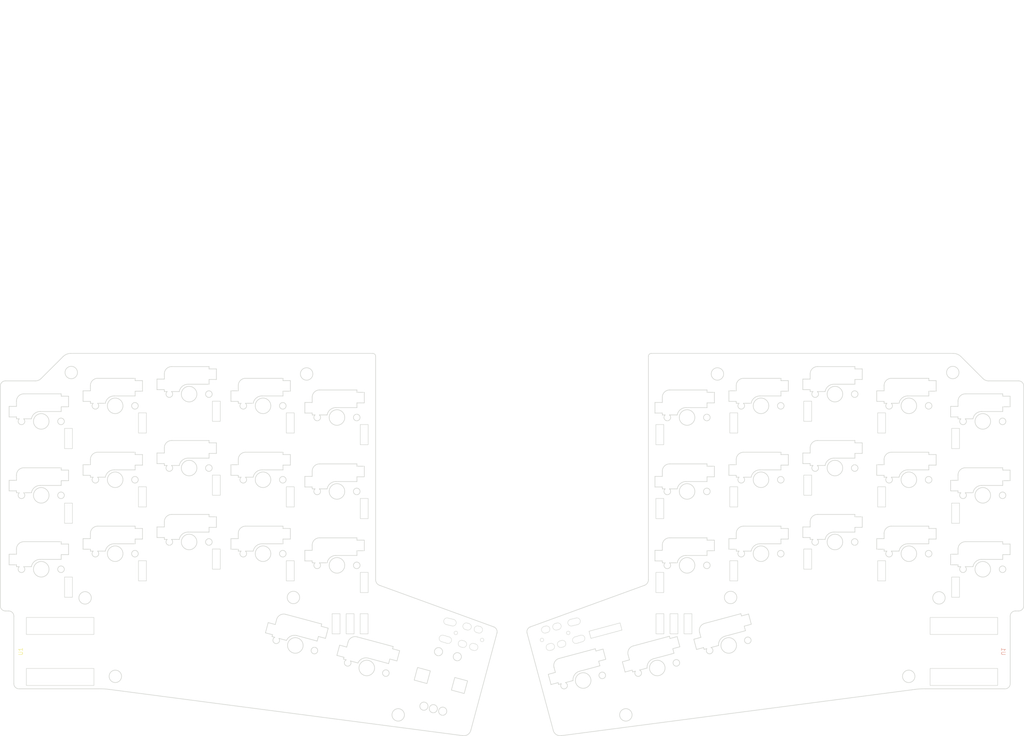
<source format=kicad_pcb>
(kicad_pcb (version 20221018) (generator pcbnew)
  (layers (0 "F.Cu" signal) (31 "B.Cu" signal) (34 "B.Paste" user) (35 "F.Paste" user) (36 "B.SilkS" user "B.Silkscreen") (37 "F.SilkS" user "F.Silkscreen") (38 "B.Mask" user) (39 "F.Mask" user) (44 "Edge.Cuts" user))
  (net 0 "")
  (net 1 "col2")
  (footprint "jw_custom_footprint:CherryMX_Hotswap_cutout_bottom" (layer "F.Cu") (at 47.316834 102.196322))
  (footprint "jw_custom_footprint:CherryMX_Hotswap_cutout_bottom" (layer "F.Cu") (at 47.316834 83.196722))
  (footprint "jw_custom_footprint:RotaryEncoder_Alps_EC11E-Switch_Vertical_H20mm_cutout_bottom" (layer "F.Cu") (at 131.01772 134.787834 165))
  (footprint "jw_custom_footprint:CherryMX_Hotswap_cutout_bottom" (layer "F.Cu") (at 232.2952 61.186362))
  (footprint "jw_custom_footprint:MountingHole_3.2mm_M3_cutout" (layer "F.Cu") (at 96.517661 56.008478))
  (footprint "jw_custom_footprint:Diode_SOD123_THT_2_cutout_small" (layer "F.Cu") (at 92.316434 87.596522 -90))
  (footprint "jw_custom_footprint:Diode_SOD123_THT_2_cutout_small" (layer "F.Cu") (at 111.316132 109.596922 90))
  (footprint "jw_custom_footprint:Diode_SOD123_THT_2_cutout_small" (layer "F.Cu") (at 73.316234 65.586362 90))
  (footprint "jw_custom_footprint:Diode_SOD123_THT_2_cutout_small" (layer "F.Cu") (at 111.316132 90.596922 90))
  (footprint "jw_custom_footprint:CherryMX_Hotswap_cutout_bottom" (layer "F.Cu") (at 167.593714 134.787834 15))
  (footprint "jw_custom_footprint:CherryMX_Hotswap_cutout_bottom" (layer "F.Cu") (at 93.614869 125.777067 -15))
  (footprint "jw_custom_footprint:CherryMX_Hotswap_cutout_bottom" (layer "F.Cu") (at 186.63459 131.572001 15))
  (footprint "jw_custom_footprint:CherryMX_Hotswap_cutout_bottom" (layer "F.Cu") (at 28.316634 68.195722))
  (footprint "jw_custom_footprint:CherryMX_Hotswap_cutout_bottom" (layer "F.Cu") (at 28.316634 87.196122))
  (footprint "jw_custom_footprint:CherryMX_Hotswap_cutout_bottom" (layer "F.Cu") (at 194.295302 105.196922))
  (footprint "jw_custom_footprint:MountingHole_3.2mm_M3_cutout" (layer "F.Cu") (at 93.126706 113.446928))
  (footprint "jw_custom_footprint:Diode_SOD123_THT_2_cutout_small" (layer "F.Cu") (at 111.287706 120.207928 90))
  (footprint "jw_custom_footprint:MountingHole_3.2mm_M3_cutout" (layer "F.Cu") (at 39.583506 113.551328))
  (footprint "jw_custom_footprint:CherryMX_Hotswap_cutout_bottom" (layer "F.Cu") (at 111.976844 131.572001 -15))
  (footprint "jw_custom_footprint:CherryMX_Hotswap_cutout_bottom" (layer "F.Cu") (at 66.316234 99.186522))
  (footprint "jw_custom_footprint:Xiao THT jumper pad_cutout" (layer "F.Cu") (at 265.585928 127.327528 -90))
  (footprint "jw_custom_footprint:MountingHole_3.2mm_M3_cutout" (layer "F.Cu") (at 120.050706 143.624928))
  (footprint "jw_custom_footprint:Diode_SOD123_THT_2_cutout_small" (layer "F.Cu") (at 54.316834 87.596722 -90))
  (footprint "jw_custom_footprint:CherryMX_Hotswap_cutout_bottom" (layer "F.Cu") (at 85.316434 64.196562))
  (footprint "jw_custom_footprint:CherryMX_Hotswap_cutout_bottom" (layer "F.Cu") (at 47.316834 64.197122))
  (footprint "jw_custom_footprint:Diode_SOD123_THT_2_cutout_small" (layer "F.Cu") (at 104.087706 120.207928 90))
  (footprint "jw_custom_footprint:Diode_SOD123_THT_2_cutout_small" (layer "F.Cu") (at 92.316434 68.596562 -90))
  (footprint "jw_custom_footprint:CherryMX_Hotswap_cutout_bottom" (layer "F.Cu") (at 104.316132 67.197122))
  (footprint "jw_custom_footprint:CherryMX_Hotswap_cutout_bottom" (layer "F.Cu") (at 194.295302 86.196922))
  (footprint "jw_custom_footprint:Diode_SOD123_THT_2_cutout_small" (layer "F.Cu") (at 73.316234 103.586522 90))
  (footprint "jw_custom_footprint:Hirose_DF13-06P-1.25DS_1x06_P1.25mm_Horizontal_cutout" (layer "F.Cu") (at 170.339292 122.839747 15))
  (footprint "jw_custom_footprint:CherryMX_Hotswap_cutout_bottom" (layer "F.Cu") (at 213.295 83.196522))
  (footprint "jw_custom_footprint:CherryMX_Hotswap_cutout_bottom" (layer "F.Cu") (at 213.295 102.196922))
  (footprint "jw_custom_footprint:Diode_SOD123_THT_2_cutout_small" (layer "F.Cu") (at 54.316834 106.596322 -90))
  (footprint "jw_custom_footprint:Diode_SOD123_THT_2_cutout_small" (layer "F.Cu") (at 73.316234 84.586322 90))
  (footprint "jw_custom_footprint:Diode_SOD123_THT_2_cutout_small" (layer "F.Cu") (at 35.316634 91.796122 90))
  (footprint "jw_custom_footprint:CherryMX_Hotswap_cutout_bottom" (layer "F.Cu") (at 85.316434 102.196922))
  (footprint "jw_custom_footprint:CherryMX_Hotswap_cutout_bottom" (layer "F.Cu") (at 251.2946 64.197122))
  (footprint "jw_custom_footprint:CherryMX_Hotswap_cutout_bottom" (layer "F.Cu") (at 270.2948 106.196522))
  (footprint "jw_custom_footprint:CherryMX_Hotswap_cutout_bottom" (layer "F.Cu") (at 232.2952 99.186522))
  (footprint "jw_custom_footprint:CherryMX_Hotswap_cutout_bottom" (layer "F.Cu") (at 251.2946 102.196322))
  (footprint "jw_custom_footprint:TRRS-PJ-DPB2_mod_cutout" (layer "F.Cu") (at 143.164706 124.778128 -105))
  (footprint "jw_custom_footprint:Diode_SOD123_THT_2_cutout_small" (layer "F.Cu") (at 35.316634 72.595722 90))
  (footprint "jw_custom_footprint:Diode_SOD123_THT_2_cutout_small" (layer "F.Cu") (at 107.687706 120.207928 90))
  (footprint "jw_custom_footprint:CherryMX_Hotswap_cutout_bottom" (layer "F.Cu") (at 251.2946 83.196722))
  (footprint "jw_custom_footprint:CherryMX_Hotswap_cutout_bottom" (layer "F.Cu") (at 104.316132 105.196922))
  (footprint "jw_custom_footprint:CherryMX_Hotswap_cutout_bottom" (layer "F.Cu") (at 85.316434 83.196522))
  (footprint "jw_custom_footprint:Diode_SOD123_THT_2_cutout_small" (layer "F.Cu") (at 92.316434 106.596922 -90))
  (footprint "jw_custom_footprint:Diode_SOD123_THT_2_cutout_small" (layer "F.Cu") (at 111.316132 71.597122 90))
  (footprint "jw_custom_footprint:CherryMX_Hotswap_cutout_bottom" (layer "F.Cu") (at 213.295 64.196562))
  (footprint "jw_custom_footprint:Diode_SOD123_THT_2_cutout_small" (layer "F.Cu") (at 35.316634 110.796522 90))
  (footprint "jw_custom_footprint:CherryMX_Hotswap_cutout_bottom" (layer "F.Cu") (at 194.295302 67.197122))
  (footprint "jw_custom_footprint:CherryMX_Hotswap_cutout_bottom" (layer "F.Cu") (at 270.2948 68.195722))
  (footprint "jw_custom_footprint:CherryMX_Hotswap_cutout_bottom" (layer "F.Cu") (at 270.2948 87.196122))
  (footprint "jw_custom_footprint:MountingHole_3.2mm_M3_cutout" (layer "F.Cu") (at 47.355906 133.718928))
  (footprint "jw_custom_footprint:CherryMX_Hotswap_cutout_bottom" (layer "F.Cu") (at 104.316132 86.196922))
  (footprint "jw_custom_footprint:CherryMX_Hotswap_cutout_bottom" (layer "F.Cu") (at 232.2952 80.186322))
  (footprint "jw_custom_footprint:CherryMX_Hotswap_cutout_bottom" (layer "F.Cu") (at 204.996565 125.777067 15))
  (footprint "jw_custom_footprint:CherryMX_Hotswap_cutout_bottom" (layer "F.Cu") (at 66.316234 61.186362))
  (footprint "jw_custom_footprint:MountingHole_3.2mm_M3_cutout" (layer "F.Cu") (at 36.027506 55.639328))
  (footprint "jw_custom_footprint:CherryMX_Hotswap_cutout_bottom" (layer "F.Cu") (at 66.316234 80.186322))
  (footprint "jw_custom_footprint:Diode_SOD123_THT_2_cutout_small" (layer "F.Cu") (at 54.316834 68.597122 -90))
  (footprint "jw_custom_footprint:CherryMX_Hotswap_cutout_bottom" (layer "F.Cu") (at 28.316634 106.196522))
  (footprint "jw_custom_footprint:Diode_SOD123_THT_2_cutout_small" (layer "B.Cu") (at 206.295 106.596922 -90))
  (footprint "jw_custom_footprint:Diode_SOD123_THT_2_cutout_small" (layer "B.Cu") (at 194.523728 120.207928 90))
  (footprint "jw_custom_footprint:Diode_SOD123_THT_2_cutout_small" (layer "B.Cu") (at 187.295302 90.596922 90))
  (footprint "jw_custom_footprint:Diode_SOD123_THT_2_cutout_small" (layer "B.Cu") (at 263.2948 91.796122 90))
  (footprint "jw_custom_footprint:MountingHole_3.2mm_M3_cutout" (layer "B.Cu") (at 251.255528 133.718928 180))
  (footprint "jw_custom_footprint:Diode_SOD123_THT_2_cutout_small" (layer "B.Cu") (at 206.295 87.596522 -90))
  (footprint "jw_custom_footprint:Diode_SOD123_THT_2_cutout_small" (layer "B.Cu") (at 187.323728 120.207928 90))
  (footprint "jw_custom_footprint:Diode_SOD123_THT_2_cutout_small" (layer "B.Cu") (at 244.2946 87.596722 -90))
  (footprint "jw_custom_footprint:Diode_SOD123_THT_2_cutout_small" (layer "B.Cu") (at 225.2952 65.586362 90))
  (footprint "jw_custom_footprint:TRRS-PJ-DPB2_mod_cutout" (layer "B.Cu") (at 155.446728 124.778128 -75))
  (footprint "jw_custom_footprint:Diode_SOD123_THT_2_cutout_small" (layer "B.Cu") (at 190.923728 120.207928 90))
  (footprint "jw_custom_footprint:Diode_SOD123_THT_2_cutout_small" (layer "B.Cu") (at 263.2948 72.595722 90))
  (footprint "jw_custom_footprint:Diode_SOD123_THT_2_cutout_small" (layer "B.Cu") (at 244.2946 106.596322 -90))
  (footprint "jw_custom_footprint:Diode_SOD123_THT_2_cutout_small" (layer "B.Cu") (at 206.295 68.596562 -90))
  (footprint "jw_custom_footprint:Diode_SOD123_THT_2_cutout_small" (layer "B.Cu") (at 187.295302 109.596922 90))
  (footprint "jw_custom_footprint:Diode_SOD123_THT_2_cutout_small" (layer "B.Cu") (at 225.2952 103.586522 90))
  (footprint "jw_custom_footprint:Diode_SOD123_THT_2_cutout_small" (layer "B.Cu") (at 263.2948 110.796522 90))
  (footprint "jw_custom_footprint:MountingHole_3.2mm_M3_cutout" (layer "B.Cu") (at 202.093773 56.008478 180))
  (footprint "jw_custom_footprint:Xiao THT jumper pad_cutout" (layer "B.Cu") (at 33.025506 127.327528 -90))
  (footprint "jw_custom_footprint:Diode_SOD123_THT_2_cutout_small" (layer "B.Cu") (at 244.2946 68.597122 -90))
  (footprint "jw_custom_footprint:Diode_SOD123_THT_2_cutout_small" (layer "B.Cu") (at 187.295302 71.597122 90))
  (footprint "jw_custom_footprint:MountingHole_3.2mm_M3_cutout" (layer "B.Cu") (at 178.560728 143.624928 180))
  (footprint "jw_custom_footprint:MountingHole_3.2mm_M3_cutout" (layer "B.Cu") (at 205.484728 113.446928 180))
  (footprint "jw_custom_footprint:Diode_SOD123_THT_2_cutout_small" (layer "B.Cu") (at 225.2952 84.586322 90))
  (footprint "jw_custom_footprint:MountingHole_3.2mm_M3_cutout" (layer "B.Cu") (at 262.583928 55.639328 180))
  (footprint "jw_custom_footprint:MountingHole_3.2mm_M3_cutout" (layer "B.Cu") (at 259.027928 113.551328 180))
  (gr_arc (start 17.790306 59.132528) (mid 18.17895 58.173701) (end 19.136506 57.781962) (stroke (width 0.15)) (layer "Edge.Cuts"))
  (gr_line (start 183.285128 110.350928) (end 153.973528 121.018928) (stroke (width 0.15)) (layer "Edge.Cuts"))
  (gr_arc (start 33.944706 51.524528) (mid 34.855638 50.927197) (end 35.925906 50.724428) (stroke (width 0.15)) (layer "Edge.Cuts"))
  (gr_line (start 280.820089 115.583328) (end 280.821128 59.132528) (stroke (width 0.15)) (layer "Edge.Cuts"))
  (gr_line (start 270.320428 57.167328) (end 264.666728 51.524528) (stroke (width 0.15)) (layer "Edge.Cuts"))
  (gr_line (start 136.611506 148.958928) (end 45.753002 137.071728) (stroke (width 0.15)) (layer "Edge.Cuts"))
  (gr_line (start 113.484501 50.724428) (end 35.925906 50.724428) (stroke (width 0.15)) (layer "Edge.Cuts"))
  (gr_arc (start 144.637906 121.018928) (mid 145.319927 121.633933) (end 145.450706 122.542928) (stroke (width 0.15)) (layer "Edge.Cuts"))
  (gr_line (start 33.944706 51.524528) (end 28.291006 57.167328) (stroke (width 0.15)) (layer "Edge.Cuts"))
  (gr_line (start 252.858432 137.071728) (end 161.999928 148.958928) (stroke (width 0.15)) (layer "Edge.Cuts"))
  (gr_arc (start 43.060602 136.919328) (mid 44.409506 136.947763) (end 45.753002 137.071728) (stroke (width 0.15)) (layer "Edge.Cuts"))
  (gr_arc (start 19.161906 116.917758) (mid 18.191252 116.543636) (end 17.791345 115.583328) (stroke (width 0.15)) (layer "Edge.Cuts"))
  (gr_arc (start 161.999928 148.958928) (mid 160.669436 148.677557) (end 159.891728 147.561928) (stroke (width 0.15)) (layer "Edge.Cuts"))
  (gr_line (start 138.719706 147.561928) (end 145.450706 122.542928) (stroke (width 0.15)) (layer "Edge.Cuts"))
  (gr_arc (start 277.340309 118.30403) (mid 277.721288 117.310032) (end 278.71087 116.917758) (stroke (width 0.15)) (layer "Edge.Cuts"))
  (gr_line (start 19.136506 57.781962) (end 26.767006 57.781962) (stroke (width 0.15)) (layer "Edge.Cuts"))
  (gr_line (start 275.995128 136.919328) (end 255.550832 136.919328) (stroke (width 0.15)) (layer "Edge.Cuts"))
  (gr_line (start 279.449528 116.917758) (end 278.71087 116.917758) (stroke (width 0.15)) (layer "Edge.Cuts"))
  (gr_arc (start 277.340309 135.547728) (mid 276.967152 136.527194) (end 275.995128 136.919328) (stroke (width 0.15)) (layer "Edge.Cuts"))
  (gr_arc (start 280.820089 115.583328) (mid 280.420165 116.543618) (end 279.449528 116.917758) (stroke (width 0.15)) (layer "Edge.Cuts"))
  (gr_arc (start 184.355266 51.473728) (mid 184.580535 50.933729) (end 185.126933 50.724428) (stroke (width 0.15)) (layer "Edge.Cuts"))
  (gr_arc (start 184.355266 108.864776) (mid 184.065117 109.784217) (end 183.285128 110.350928) (stroke (width 0.15)) (layer "Edge.Cuts"))
  (gr_line (start 21.271125 118.30403) (end 21.271125 135.547728) (stroke (width 0.15)) (layer "Edge.Cuts"))
  (gr_arc (start 115.326306 110.350928) (mid 114.546336 109.784204) (end 114.256168 108.864776) (stroke (width 0.15)) (layer "Edge.Cuts"))
  (gr_line (start 43.060602 136.919328) (end 22.616306 136.919328) (stroke (width 0.15)) (layer "Edge.Cuts"))
  (gr_arc (start 113.484501 50.724428) (mid 114.030917 50.93371) (end 114.256168 51.473728) (stroke (width 0.15)) (layer "Edge.Cuts"))
  (gr_line (start 271.844428 57.781962) (end 279.474928 57.781962) (stroke (width 0.15)) (layer "Edge.Cuts"))
  (gr_arc (start 262.685528 50.724428) (mid 263.755786 50.927222) (end 264.666728 51.524528) (stroke (width 0.15)) (layer "Edge.Cuts"))
  (gr_line (start 153.160728 122.542928) (end 159.891728 147.561928) (stroke (width 0.15)) (layer "Edge.Cuts"))
  (gr_line (start 144.637906 121.018928) (end 115.326306 110.350928) (stroke (width 0.15)) (layer "Edge.Cuts"))
  (gr_arc (start 138.719706 147.561928) (mid 137.942041 148.67762) (end 136.611506 148.958928) (stroke (width 0.15)) (layer "Edge.Cuts"))
  (gr_line (start 184.355266 108.864776) (end 184.355266 51.473728) (stroke (width 0.15)) (layer "Edge.Cuts"))
  (gr_arc (start 28.291006 57.167328) (mid 27.594697 57.637521) (end 26.767006 57.781962) (stroke (width 0.15)) (layer "Edge.Cuts"))
  (gr_line (start 262.685528 50.724428) (end 185.126933 50.724428) (stroke (width 0.15)) (layer "Edge.Cuts"))
  (gr_arc (start 279.474928 57.781962) (mid 280.432464 58.17372) (end 280.821128 59.132528) (stroke (width 0.15)) (layer "Edge.Cuts"))
  (gr_line (start 277.340309 135.547728) (end 277.340309 118.30403) (stroke (width 0.15)) (layer "Edge.Cuts"))
  (gr_line (start 114.256168 51.473728) (end 114.256168 108.864776) (stroke (width 0.15)) (layer "Edge.Cuts"))
  (gr_line (start 17.790306 59.132528) (end 17.791345 115.583328) (stroke (width 0.15)) (layer "Edge.Cuts"))
  (gr_line (start 19.900564 116.917758) (end 19.161906 116.917758) (stroke (width 0.15)) (layer "Edge.Cuts"))
  (gr_arc (start 153.160728 122.542928) (mid 153.291519 121.633939) (end 153.973528 121.018928) (stroke (width 0.15)) (layer "Edge.Cuts"))
  (gr_arc (start 271.844428 57.781962) (mid 271.016728 57.637543) (end 270.320428 57.167328) (stroke (width 0.15)) (layer "Edge.Cuts"))
  (gr_arc (start 22.616306 136.919328) (mid 21.644283 136.527193) (end 21.271125 135.547728) (stroke (width 0.15)) (layer "Edge.Cuts"))
  (gr_arc (start 252.858432 137.071728) (mid 254.201928 136.947763) (end 255.550832 136.919328) (stroke (width 0.15)) (layer "Edge.Cuts"))
  (gr_arc (start 19.900564 116.917758) (mid 20.890126 117.310052) (end 21.271125 118.30403) (stroke (width 0.15)) (layer "Edge.Cuts"))
)
</source>
